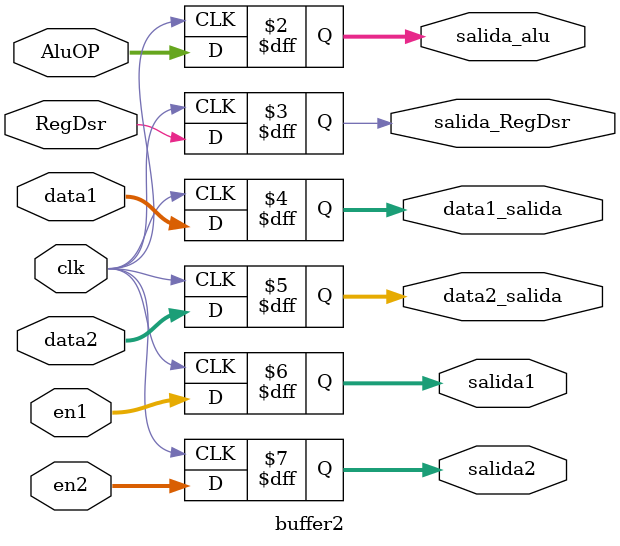
<source format=v>
module buffer2 (
	input clk,
	input [2:0]AluOP,
	input [31:0]data1,
	input [31:0]data2,
	input [15:11]en1,
	input [5:0]en2,
	input RegDsr,
	
	output reg[2:0]salida_alu,
	output reg salida_RegDsr,
	output reg[31:0]data1_salida,
	output reg[31:0]data2_salida,
	output reg[15:11]salida1,
	output reg[5:0]salida2
);

always @(posedge clk)
begin
	salida_alu <= AluOP;
	salida_RegDsr <= RegDsr;
	data1_salida <= data1;
	data2_salida <= data2;
	salida1 <= en1;
	salida2 <= en2;
end

endmodule

</source>
